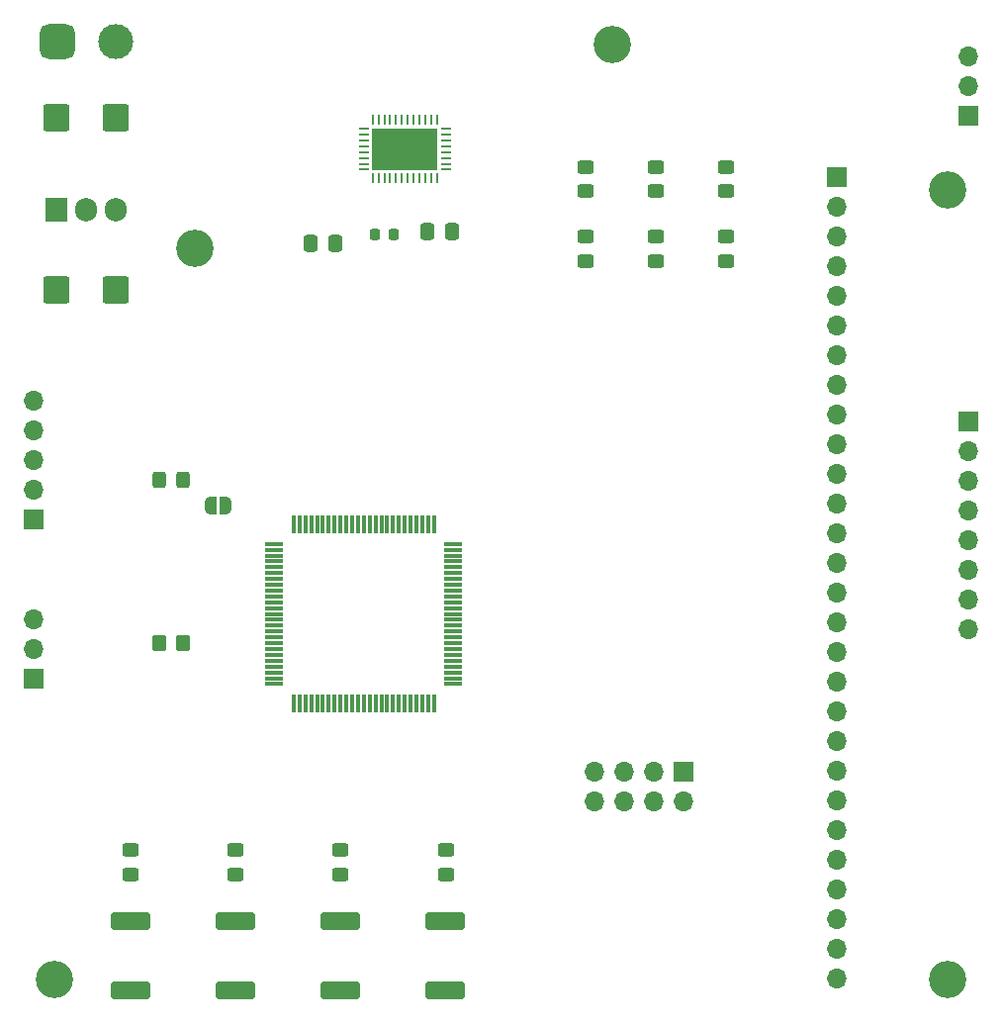
<source format=gbr>
%TF.GenerationSoftware,KiCad,Pcbnew,8.0.7*%
%TF.CreationDate,2025-04-02T17:47:29-05:00*%
%TF.ProjectId,FinalBoard,46696e61-6c42-46f6-9172-642e6b696361,rev?*%
%TF.SameCoordinates,Original*%
%TF.FileFunction,Soldermask,Top*%
%TF.FilePolarity,Negative*%
%FSLAX46Y46*%
G04 Gerber Fmt 4.6, Leading zero omitted, Abs format (unit mm)*
G04 Created by KiCad (PCBNEW 8.0.7) date 2025-04-02 17:47:29*
%MOMM*%
%LPD*%
G01*
G04 APERTURE LIST*
G04 Aperture macros list*
%AMRoundRect*
0 Rectangle with rounded corners*
0 $1 Rounding radius*
0 $2 $3 $4 $5 $6 $7 $8 $9 X,Y pos of 4 corners*
0 Add a 4 corners polygon primitive as box body*
4,1,4,$2,$3,$4,$5,$6,$7,$8,$9,$2,$3,0*
0 Add four circle primitives for the rounded corners*
1,1,$1+$1,$2,$3*
1,1,$1+$1,$4,$5*
1,1,$1+$1,$6,$7*
1,1,$1+$1,$8,$9*
0 Add four rect primitives between the rounded corners*
20,1,$1+$1,$2,$3,$4,$5,0*
20,1,$1+$1,$4,$5,$6,$7,0*
20,1,$1+$1,$6,$7,$8,$9,0*
20,1,$1+$1,$8,$9,$2,$3,0*%
%AMFreePoly0*
4,1,19,0.500000,-0.750000,0.000000,-0.750000,0.000000,-0.744911,-0.071157,-0.744911,-0.207708,-0.704816,-0.327430,-0.627875,-0.420627,-0.520320,-0.479746,-0.390866,-0.500000,-0.250000,-0.500000,0.250000,-0.479746,0.390866,-0.420627,0.520320,-0.327430,0.627875,-0.207708,0.704816,-0.071157,0.744911,0.000000,0.744911,0.000000,0.750000,0.500000,0.750000,0.500000,-0.750000,0.500000,-0.750000,
$1*%
%AMFreePoly1*
4,1,19,0.000000,0.744911,0.071157,0.744911,0.207708,0.704816,0.327430,0.627875,0.420627,0.520320,0.479746,0.390866,0.500000,0.250000,0.500000,-0.250000,0.479746,-0.390866,0.420627,-0.520320,0.327430,-0.627875,0.207708,-0.704816,0.071157,-0.744911,0.000000,-0.744911,0.000000,-0.750000,-0.500000,-0.750000,-0.500000,0.750000,0.000000,0.750000,0.000000,0.744911,0.000000,0.744911,
$1*%
G04 Aperture macros list end*
%ADD10C,3.200000*%
%ADD11RoundRect,0.075000X-0.725000X-0.075000X0.725000X-0.075000X0.725000X0.075000X-0.725000X0.075000X0*%
%ADD12RoundRect,0.075000X-0.075000X-0.725000X0.075000X-0.725000X0.075000X0.725000X-0.075000X0.725000X0*%
%ADD13O,1.905000X2.000000*%
%ADD14R,1.905000X2.000000*%
%ADD15R,0.242473X0.906066*%
%ADD16R,0.906066X0.242473*%
%ADD17R,0.906064X0.242472*%
%ADD18R,5.600000X3.600000*%
%ADD19RoundRect,0.250000X0.450000X-0.325000X0.450000X0.325000X-0.450000X0.325000X-0.450000X-0.325000X0*%
%ADD20RoundRect,0.250000X-0.450000X0.325000X-0.450000X-0.325000X0.450000X-0.325000X0.450000X0.325000X0*%
%ADD21RoundRect,0.250000X0.325000X0.450000X-0.325000X0.450000X-0.325000X-0.450000X0.325000X-0.450000X0*%
%ADD22RoundRect,0.250000X0.350000X0.450000X-0.350000X0.450000X-0.350000X-0.450000X0.350000X-0.450000X0*%
%ADD23RoundRect,0.218750X0.218750X0.256250X-0.218750X0.256250X-0.218750X-0.256250X0.218750X-0.256250X0*%
%ADD24FreePoly0,0.000000*%
%ADD25FreePoly1,0.000000*%
%ADD26R,1.700000X1.700000*%
%ADD27O,1.700000X1.700000*%
%ADD28C,3.000000*%
%ADD29RoundRect,0.750000X-0.750000X-0.750000X0.750000X-0.750000X0.750000X0.750000X-0.750000X0.750000X0*%
%ADD30RoundRect,0.249999X1.425001X-0.512501X1.425001X0.512501X-1.425001X0.512501X-1.425001X-0.512501X0*%
%ADD31RoundRect,0.250000X0.875000X0.925000X-0.875000X0.925000X-0.875000X-0.925000X0.875000X-0.925000X0*%
%ADD32RoundRect,0.250000X-0.337500X-0.475000X0.337500X-0.475000X0.337500X0.475000X-0.337500X0.475000X0*%
G04 APERTURE END LIST*
D10*
%TO.C,REF\u002A\u002A*%
X167000000Y-55750000D03*
%TD*%
%TO.C,REF\u002A\u002A*%
X131250000Y-73250000D03*
%TD*%
%TO.C,REF\u002A\u002A*%
X119250000Y-135750000D03*
%TD*%
%TO.C,REF\u002A\u002A*%
X195750000Y-135750000D03*
%TD*%
%TO.C,REF\u002A\u002A*%
X195750000Y-68250000D03*
%TD*%
D11*
%TO.C,U5*%
X138075000Y-98500000D03*
X138075000Y-99000000D03*
X138075000Y-99500000D03*
X138075000Y-100000000D03*
X138075000Y-100500000D03*
X138075000Y-101000000D03*
X138075000Y-101500000D03*
X138075000Y-102000000D03*
X138075000Y-102500000D03*
X138075000Y-103000000D03*
X138075000Y-103500000D03*
X138075000Y-104000000D03*
X138075000Y-104500000D03*
X138075000Y-105000000D03*
X138075000Y-105500000D03*
X138075000Y-106000000D03*
X138075000Y-106500000D03*
X138075000Y-107000000D03*
X138075000Y-107500000D03*
X138075000Y-108000000D03*
X138075000Y-108500000D03*
X138075000Y-109000000D03*
X138075000Y-109500000D03*
X138075000Y-110000000D03*
X138075000Y-110500000D03*
D12*
X139750000Y-112175000D03*
X140250000Y-112175000D03*
X140750000Y-112175000D03*
X141250000Y-112175000D03*
X141750000Y-112175000D03*
X142250000Y-112175000D03*
X142750000Y-112175000D03*
X143250000Y-112175000D03*
X143750000Y-112175000D03*
X144250000Y-112175000D03*
X144750000Y-112175000D03*
X145250000Y-112175000D03*
X145750000Y-112175000D03*
X146250000Y-112175000D03*
X146750000Y-112175000D03*
X147250000Y-112175000D03*
X147750000Y-112175000D03*
X148250000Y-112175000D03*
X148750000Y-112175000D03*
X149250000Y-112175000D03*
X149750000Y-112175000D03*
X150250000Y-112175000D03*
X150750000Y-112175000D03*
X151250000Y-112175000D03*
X151750000Y-112175000D03*
D11*
X153425000Y-110500000D03*
X153425000Y-110000000D03*
X153425000Y-109500000D03*
X153425000Y-109000000D03*
X153425000Y-108500000D03*
X153425000Y-108000000D03*
X153425000Y-107500000D03*
X153425000Y-107000000D03*
X153425000Y-106500000D03*
X153425000Y-106000000D03*
X153425000Y-105500000D03*
X153425000Y-105000000D03*
X153425000Y-104500000D03*
X153425000Y-104000000D03*
X153425000Y-103500000D03*
X153425000Y-103000000D03*
X153425000Y-102500000D03*
X153425000Y-102000000D03*
X153425000Y-101500000D03*
X153425000Y-101000000D03*
X153425000Y-100500000D03*
X153425000Y-100000000D03*
X153425000Y-99500000D03*
X153425000Y-99000000D03*
X153425000Y-98500000D03*
D12*
X151750000Y-96825000D03*
X151250000Y-96825000D03*
X150750000Y-96825000D03*
X150250000Y-96825000D03*
X149750000Y-96825000D03*
X149250000Y-96825000D03*
X148750000Y-96825000D03*
X148250000Y-96825000D03*
X147750000Y-96825000D03*
X147250000Y-96825000D03*
X146750000Y-96825000D03*
X146250000Y-96825000D03*
X145750000Y-96825000D03*
X145250000Y-96825000D03*
X144750000Y-96825000D03*
X144250000Y-96825000D03*
X143750000Y-96825000D03*
X143250000Y-96825000D03*
X142750000Y-96825000D03*
X142250000Y-96825000D03*
X141750000Y-96825000D03*
X141250000Y-96825000D03*
X140750000Y-96825000D03*
X140250000Y-96825000D03*
X139750000Y-96825000D03*
%TD*%
D13*
%TO.C,U4*%
X124540000Y-69945000D03*
X122000000Y-69945000D03*
D14*
X119460000Y-69945000D03*
%TD*%
D15*
%TO.C,U1*%
X146500000Y-67228033D03*
X146999999Y-67228033D03*
X147500001Y-67228033D03*
X148000000Y-67228033D03*
X148499999Y-67228033D03*
X149000000Y-67228033D03*
X149500000Y-67228033D03*
X150000001Y-67228033D03*
X150500000Y-67228033D03*
X150999999Y-67228033D03*
X151500001Y-67228033D03*
X152000000Y-67228033D03*
D16*
X152753033Y-66474999D03*
X152753033Y-65975000D03*
X152753033Y-65475001D03*
X152753033Y-64975000D03*
X152753033Y-64475000D03*
X152753033Y-63974999D03*
X152753033Y-63475000D03*
X152753033Y-62975001D03*
D15*
X152000000Y-62221967D03*
X151500001Y-62221967D03*
X150999999Y-62221967D03*
X150500000Y-62221967D03*
X150000001Y-62221967D03*
X149500000Y-62221967D03*
X149000000Y-62221967D03*
X148499999Y-62221967D03*
X148000000Y-62221967D03*
X147500001Y-62221967D03*
X146999999Y-62221967D03*
X146500000Y-62221967D03*
D16*
X145746967Y-62975001D03*
X145746967Y-63475000D03*
X145746967Y-63974999D03*
X145746967Y-64475000D03*
X145746967Y-64975000D03*
X145746967Y-65475001D03*
X145746967Y-65975000D03*
D17*
X145746968Y-66474999D03*
D18*
X149250000Y-64725000D03*
%TD*%
D19*
%TO.C,R12*%
X176750000Y-74275000D03*
X176750000Y-72225000D03*
%TD*%
D20*
%TO.C,R11*%
X176750000Y-66225000D03*
X176750000Y-68275000D03*
%TD*%
D19*
%TO.C,R10*%
X170750000Y-74275000D03*
X170750000Y-72225000D03*
%TD*%
D20*
%TO.C,R9*%
X170750000Y-66225000D03*
X170750000Y-68275000D03*
%TD*%
D19*
%TO.C,R8*%
X164750000Y-74275000D03*
X164750000Y-72225000D03*
%TD*%
D20*
%TO.C,R7*%
X164750000Y-66225000D03*
X164750000Y-68275000D03*
%TD*%
%TO.C,R6*%
X152750000Y-124725000D03*
X152750000Y-126775000D03*
%TD*%
%TO.C,R5*%
X143750000Y-124725000D03*
X143750000Y-126775000D03*
%TD*%
%TO.C,R4*%
X134750000Y-124725000D03*
X134750000Y-126775000D03*
%TD*%
%TO.C,R3*%
X125750000Y-124725000D03*
X125750000Y-126775000D03*
%TD*%
D21*
%TO.C,R2*%
X130275000Y-93000000D03*
X128225000Y-93000000D03*
%TD*%
D22*
%TO.C,R1*%
X130250000Y-107000000D03*
X128250000Y-107000000D03*
%TD*%
D23*
%TO.C,L1*%
X148287500Y-72000000D03*
X146712500Y-72000000D03*
%TD*%
D24*
%TO.C,BOOT*%
X132600000Y-95250000D03*
D25*
X133900000Y-95250000D03*
%TD*%
D26*
%TO.C,J7*%
X186250000Y-67120000D03*
D27*
X186250000Y-69660000D03*
X186250000Y-72200000D03*
X186250000Y-74740000D03*
X186250000Y-77280000D03*
X186250000Y-79820000D03*
X186250000Y-82360000D03*
X186250000Y-84900000D03*
X186250000Y-87440000D03*
X186250000Y-89980000D03*
X186250000Y-92520000D03*
X186250000Y-95060000D03*
X186250000Y-97600000D03*
X186250000Y-100140000D03*
X186250000Y-102680000D03*
X186250000Y-105220000D03*
X186250000Y-107760000D03*
X186250000Y-110300000D03*
X186250000Y-112840000D03*
X186250000Y-115380000D03*
X186250000Y-117920000D03*
X186250000Y-120460000D03*
X186250000Y-123000000D03*
X186250000Y-125540000D03*
X186250000Y-128080000D03*
X186250000Y-130620000D03*
X186250000Y-133160000D03*
X186250000Y-135700000D03*
%TD*%
%TO.C,J6*%
X117500000Y-104955000D03*
X117500000Y-107495000D03*
D26*
X117500000Y-110035000D03*
%TD*%
D27*
%TO.C,J5*%
X117500000Y-86250000D03*
X117500000Y-88790000D03*
X117500000Y-91330000D03*
X117500000Y-93870000D03*
D26*
X117500000Y-96410000D03*
%TD*%
%TO.C,J4*%
X197500000Y-88000000D03*
D27*
X197500000Y-90540000D03*
X197500000Y-93080000D03*
X197500000Y-95620000D03*
X197500000Y-98160000D03*
X197500000Y-100700000D03*
X197500000Y-103240000D03*
X197500000Y-105780000D03*
%TD*%
D26*
%TO.C,J3*%
X197500000Y-61830000D03*
D27*
X197500000Y-59290000D03*
X197500000Y-56750000D03*
%TD*%
D26*
%TO.C,J2*%
X173080000Y-117960000D03*
D27*
X173080000Y-120500000D03*
X170540000Y-117960000D03*
X170540000Y-120500000D03*
X168000000Y-117960000D03*
X168000000Y-120500000D03*
X165460000Y-117960000D03*
X165460000Y-120500000D03*
%TD*%
D28*
%TO.C,J1*%
X124500000Y-55500000D03*
D29*
X119500000Y-55500000D03*
%TD*%
D30*
%TO.C,D4*%
X152740000Y-136737500D03*
X152740000Y-130762500D03*
%TD*%
%TO.C,D3*%
X143750000Y-136737500D03*
X143750000Y-130762500D03*
%TD*%
%TO.C,D2*%
X134750000Y-136737500D03*
X134750000Y-130762500D03*
%TD*%
%TO.C,D1*%
X125750000Y-136737500D03*
X125750000Y-130762500D03*
%TD*%
D31*
%TO.C,C11*%
X119450000Y-76750000D03*
X124550000Y-76750000D03*
%TD*%
%TO.C,C10*%
X119450000Y-62000000D03*
X124550000Y-62000000D03*
%TD*%
D32*
%TO.C,C7*%
X141212500Y-72750000D03*
X143287500Y-72750000D03*
%TD*%
%TO.C,C5*%
X151212500Y-71750000D03*
X153287500Y-71750000D03*
%TD*%
M02*

</source>
